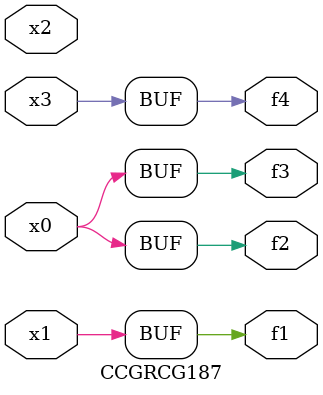
<source format=v>
module CCGRCG187(
	input x0, x1, x2, x3,
	output f1, f2, f3, f4
);
	assign f1 = x1;
	assign f2 = x0;
	assign f3 = x0;
	assign f4 = x3;
endmodule

</source>
